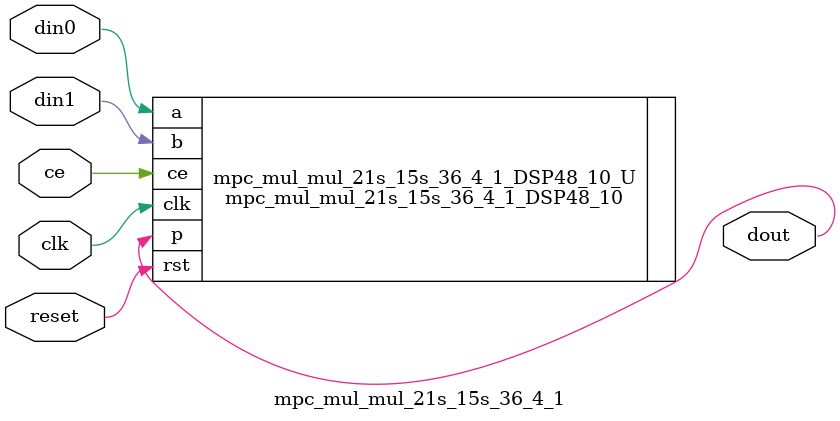
<source format=v>
module mpc_mul_mul_21s_15s_36_4_1(
    clk,
    reset,
    ce,
    din0,
    din1,
    dout);

parameter ID = 32'd1;
parameter NUM_STAGE = 32'd1;
parameter din0_WIDTH = 32'd1;
parameter din1_WIDTH = 32'd1;
parameter dout_WIDTH = 32'd1;
input clk;
input reset;
input ce;
input[din0_WIDTH - 1:0] din0;
input[din1_WIDTH - 1:0] din1;
output[dout_WIDTH - 1:0] dout;



mpc_mul_mul_21s_15s_36_4_1_DSP48_10 mpc_mul_mul_21s_15s_36_4_1_DSP48_10_U(
    .clk( clk ),
    .rst( reset ),
    .ce( ce ),
    .a( din0 ),
    .b( din1 ),
    .p( dout ));

endmodule

</source>
